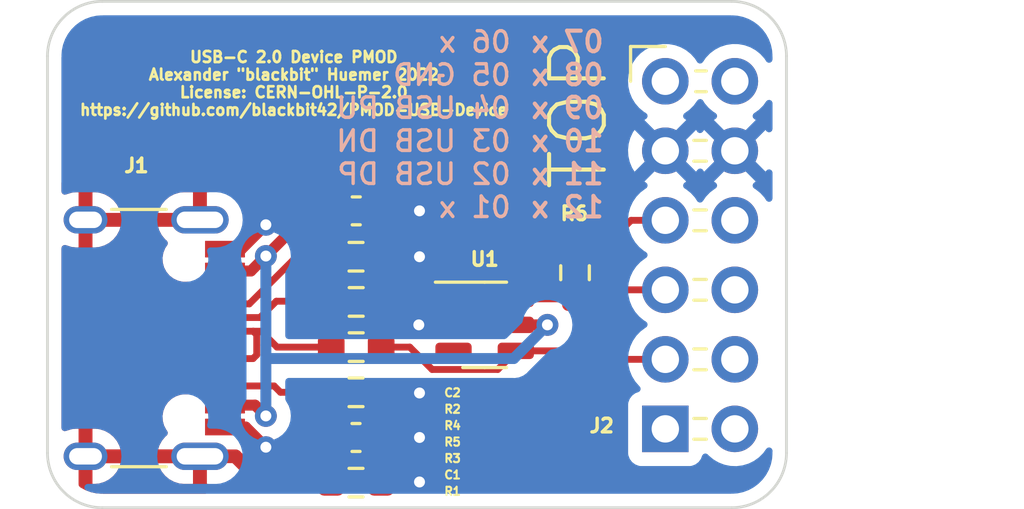
<source format=kicad_pcb>
(kicad_pcb (version 20211014) (generator pcbnew)
  (title_block (title "PMOD USB Device") (date "2022-12-26") (rev "1") (company "Alexander \"blackbit\" Huemer") (comment 3 "License: CERN-OHL-P-2.0") (comment 4 "URL: https://github.com/blackbit42/PMOD-USB-Device"))
  (layers (0 "F.Cu" signal) (31 "B.Cu" signal) (34 "B.Paste" user) (35 "F.Paste" user) (36 "B.SilkS" user "B.Silkscreen") (37 "F.SilkS" user "F.Silkscreen") (38 "B.Mask" user) (39 "F.Mask" user) (44 "Edge.Cuts" user))
  (net 0 "")
  (net 1 "GND")
  (net 2 "+5V")
  (net 3 "Net-(J1-PadA5)")
  (net 5 "Net-(J1-PadB5)")
  (net 7 "/usb_pu_i")
  (net 8 "/usb_dn_i")
  (net 9 "/usb_dp_i")
  (net 19 "/usb_dp")
  (net 20 "/usb_dn")
  (net 21 "/shield")
  (footprint "Resistor_SMD:R_0603_1608Metric_Pad0.98x0.95mm_HandSolder" (layer "F.Cu") (at 89.2731 99.0854)
    (fp_text reference "R1" (at 3.5269 0.3146) (layer "F.SilkS") (effects (font (size 0.3 0.3) (thickness 0.075))))
    (fp_text value "91k" hide)
    (fp_line (start -0.254724 0.5225) (end 0.254724 0.5225) (layer "F.SilkS") (width 0.12))
    (fp_line (start -0.254724 -0.5225) (end 0.254724 -0.5225) (layer "F.SilkS") (width 0.12))
    (pad "1" smd roundrect (at -0.9125 0) (size 0.975 0.95) (layers "F.Cu" "F.Paste" "F.Mask") (net 21 "/shield"))
    (pad "2" smd roundrect (at 0.9125 0) (size 0.975 0.95) (layers "F.Cu" "F.Paste" "F.Mask") (net 1 "GND"))
  )
  (footprint "USB_PMOD:PinHeader_2x06_P2.54mm_Horizontal" (layer "F.Cu") (at 101.854 90.7796)
    (fp_text reference "J2" (at -3.604 6.225) (layer "F.SilkS") (effects (font (size 0.5 0.5) (thickness 0.125))))
    (fp_text value "Conn_02x06_Top_Bottom" hide)
    (fp_line (start -2.55 -6.36) (end -2.55 -7.63) (layer "F.SilkS") (width 0.12))
    (fp_line (start -0.237071 0.88) (end 0.217071 0.88) (layer "F.SilkS") (width 0.12))
    (fp_line (start -0.237071 6.72) (end 0.217071 6.72) (layer "F.SilkS") (width 0.12))
    (fp_line (start -0.237071 -3.44) (end 0.217071 -3.44) (layer "F.SilkS") (width 0.12))
    (fp_line (start -0.237071 -4.2) (end 0.217071 -4.2) (layer "F.SilkS") (width 0.12))
    (fp_line (start -0.17 -6.74) (end 0.217071 -6.74) (layer "F.SilkS") (width 0.12))
    (fp_line (start -2.55 -7.63) (end -1.28 -7.63) (layer "F.SilkS") (width 0.12))
    (fp_line (start -0.237071 5.96) (end 0.217071 5.96) (layer "F.SilkS") (width 0.12))
    (fp_line (start -0.237071 4.18) (end 0.217071 4.18) (layer "F.SilkS") (width 0.12))
    (fp_line (start -0.17 -5.98) (end 0.217071 -5.98) (layer "F.SilkS") (width 0.12))
    (fp_line (start -0.237071 -0.9) (end 0.217071 -0.9) (layer "F.SilkS") (width 0.12))
    (fp_line (start -0.237071 1.64) (end 0.217071 1.64) (layer "F.SilkS") (width 0.12))
    (fp_line (start -0.237071 3.42) (end 0.217071 3.42) (layer "F.SilkS") (width 0.12))
    (fp_line (start -0.237071 -1.66) (end 0.217071 -1.66) (layer "F.SilkS") (width 0.12))
    (pad "1" thru_hole rect (at -1.28 6.34) (size 1.7 1.7) (drill 1) (layers *.Cu *.Mask))
    (pad "2" thru_hole circle (at -1.28 3.8) (size 1.7 1.7) (drill 1) (layers *.Cu *.Mask) (net 9 "/usb_dp_i"))
    (pad "3" thru_hole circle (at -1.28 1.26) (size 1.7 1.7) (drill 1) (layers *.Cu *.Mask) (net 8 "/usb_dn_i"))
    (pad "4" thru_hole circle (at -1.28 -1.28) (size 1.7 1.7) (drill 1) (layers *.Cu *.Mask) (net 7 "/usb_pu_i"))
    (pad "5" thru_hole circle (at -1.28 -3.82) (size 1.7 1.7) (drill 1) (layers *.Cu *.Mask) (net 1 "GND"))
    (pad "6" thru_hole circle (at -1.28 -6.36) (size 1.7 1.7) (drill 1) (layers *.Cu *.Mask))
    (pad "7" thru_hole oval (at 1.26 6.34) (size 1.7 1.7) (drill 1) (layers *.Cu *.Mask))
    (pad "8" thru_hole circle (at 1.26 3.8) (size 1.7 1.7) (drill 1) (layers *.Cu *.Mask))
    (pad "9" thru_hole circle (at 1.26 1.26) (size 1.7 1.7) (drill 1) (layers *.Cu *.Mask))
    (pad "10" thru_hole circle (at 1.26 -1.28) (size 1.7 1.7) (drill 1) (layers *.Cu *.Mask))
    (pad "11" thru_hole circle (at 1.26 -3.82) (size 1.7 1.7) (drill 1) (layers *.Cu *.Mask) (net 1 "GND"))
    (pad "12" thru_hole circle (at 1.26 -6.36) (size 1.7 1.7) (drill 1) (layers *.Cu *.Mask))
  )
  (footprint "Package_TO_SOT_SMD:SOT-23-6" (layer "F.Cu") (at 93.973 93.3196)
    (fp_text reference "U1" (at 0 -2.4) (layer "F.SilkS") (effects (font (size 0.5 0.5) (thickness 0.125))))
    (fp_text value "USBLC6-2SC6" hide)
    (fp_line (start 0 1.56) (end 0.8 1.56) (layer "F.SilkS") (width 0.12))
    (fp_line (start 0 -1.56) (end -1.8 -1.56) (layer "F.SilkS") (width 0.12))
    (fp_line (start 0 1.56) (end -0.8 1.56) (layer "F.SilkS") (width 0.12))
    (fp_line (start 0 -1.56) (end 0.8 -1.56) (layer "F.SilkS") (width 0.12))
    (pad "1" smd roundrect (at -1.1375 -0.95) (size 1.325 0.6) (layers "F.Cu" "F.Paste" "F.Mask"))
    (pad "2" smd roundrect (at -1.1375 0) (size 1.325 0.6) (layers "F.Cu" "F.Paste" "F.Mask") (net 1 "GND"))
    (pad "3" smd roundrect (at -1.1375 0.95) (size 1.325 0.6) (layers "F.Cu" "F.Paste" "F.Mask"))
    (pad "4" smd roundrect (at 1.1375 0.95) (size 1.325 0.6) (layers "F.Cu" "F.Paste" "F.Mask") (net 9 "/usb_dp_i"))
    (pad "5" smd roundrect (at 1.1375 0) (size 1.325 0.6) (layers "F.Cu" "F.Paste" "F.Mask") (net 2 "+5V"))
    (pad "6" smd roundrect (at 1.1375 -0.95) (size 1.325 0.6) (layers "F.Cu" "F.Paste" "F.Mask") (net 8 "/usb_dn_i"))
  )
  (footprint "Resistor_SMD:R_0603_1608Metric_Pad0.98x0.95mm_HandSolder" (layer "F.Cu") (at 89.2791 94.1324)
    (fp_text reference "R5" (at 3.5209 3.4676) (layer "F.SilkS") (effects (font (size 0.3 0.3) (thickness 0.075))))
    (fp_text value "33R" hide)
    (fp_line (start -0.254724 -0.5225) (end 0.254724 -0.5225) (layer "F.SilkS") (width 0.12))
    (fp_line (start -0.254724 0.5225) (end 0.254724 0.5225) (layer "F.SilkS") (width 0.12))
    (pad "1" smd roundrect (at -0.9125 0) (size 0.975 0.95) (layers "F.Cu" "F.Paste" "F.Mask") (net 19 "/usb_dp"))
    (pad "2" smd roundrect (at 0.9125 0) (size 0.975 0.95) (layers "F.Cu" "F.Paste" "F.Mask") (net 9 "/usb_dp_i"))
  )
  (footprint "Resistor_SMD:R_0603_1608Metric_Pad0.98x0.95mm_HandSolder" (layer "F.Cu") (at 89.2731 95.7834)
    (fp_text reference "R3" (at 3.5269 2.4166) (layer "F.SilkS") (effects (font (size 0.3 0.3) (thickness 0.075))))
    (fp_text value "5k1" hide)
    (fp_line (start -0.254724 0.5225) (end 0.254724 0.5225) (layer "F.SilkS") (width 0.12))
    (fp_line (start -0.254724 -0.5225) (end 0.254724 -0.5225) (layer "F.SilkS") (width 0.12))
    (pad "1" smd roundrect (at -0.9125 0) (size 0.975 0.95) (layers "F.Cu" "F.Paste" "F.Mask") (net 5 "Net-(J1-PadB5)"))
    (pad "2" smd roundrect (at 0.9125 0) (size 0.975 0.95) (layers "F.Cu" "F.Paste" "F.Mask") (net 1 "GND"))
  )
  (footprint "USB_PMOD:USB_C_Receptacle_HRO_TYPE-C-31-M-12" (layer "F.Cu") (at 80.44 93.8022 -90)
    (fp_text reference "J1" (at -6.3022 -0.81 180) (layer "F.SilkS") (effects (font (size 0.5 0.5) (thickness 0.125))))
    (fp_text value "USB" hide)
    (fp_line (start -4.7 -1.9) (end -4.7 0.1) (layer "F.SilkS") (width 0.12))
    (fp_line (start 4.7 -1.9) (end 4.7 0.1) (layer "F.SilkS") (width 0.12))
    (pad "" np_thru_hole circle (at 2.89 -2.6 270) (size 0.65 0.65) (drill 0.65) (layers *.Cu *.Mask))
    (pad "" np_thru_hole circle (at -2.89 -2.6 270) (size 0.65 0.65) (drill 0.65) (layers *.Cu *.Mask))
    (pad "A1" smd rect (at -3.25 -4.045 270) (size 0.6 1.45) (layers "F.Cu" "F.Paste" "F.Mask") (net 1 "GND"))
    (pad "A4" smd rect (at -2.45 -4.045 270) (size 0.6 1.45) (layers "F.Cu" "F.Paste" "F.Mask") (net 2 "+5V"))
    (pad "A5" smd rect (at -1.25 -4.045 270) (size 0.3 1.45) (layers "F.Cu" "F.Paste" "F.Mask") (net 3 "Net-(J1-PadA5)"))
    (pad "A6" smd rect (at -0.25 -4.045 270) (size 0.3 1.45) (layers "F.Cu" "F.Paste" "F.Mask") (net 19 "/usb_dp"))
    (pad "A7" smd rect (at 0.25 -4.045 270) (size 0.3 1.45) (layers "F.Cu" "F.Paste" "F.Mask") (net 20 "/usb_dn"))
    (pad "A8" smd rect (at 1.25 -4.045 270) (size 0.3 1.45) (layers "F.Cu" "F.Paste" "F.Mask"))
    (pad "A9" smd rect (at 2.45 -4.045 270) (size 0.6 1.45) (layers "F.Cu" "F.Paste" "F.Mask") (net 2 "+5V"))
    (pad "A12" smd rect (at 3.25 -4.045 270) (size 0.6 1.45) (layers "F.Cu" "F.Paste" "F.Mask") (net 1 "GND"))
    (pad "B1" smd rect (at 3.25 -4.045 270) (size 0.6 1.45) (layers "F.Cu" "F.Paste" "F.Mask") (net 1 "GND"))
    (pad "B4" smd rect (at 2.45 -4.045 270) (size 0.6 1.45) (layers "F.Cu" "F.Paste" "F.Mask") (net 2 "+5V"))
    (pad "B5" smd rect (at 1.75 -4.045 270) (size 0.3 1.45) (layers "F.Cu" "F.Paste" "F.Mask") (net 5 "Net-(J1-PadB5)"))
    (pad "B6" smd rect (at 0.75 -4.045 270) (size 0.3 1.45) (layers "F.Cu" "F.Paste" "F.Mask") (net 19 "/usb_dp"))
    (pad "B7" smd rect (at -0.75 -4.045 270) (size 0.3 1.45) (layers "F.Cu" "F.Paste" "F.Mask") (net 20 "/usb_dn"))
    (pad "B8" smd rect (at -1.75 -4.045 270) (size 0.3 1.45) (layers "F.Cu" "F.Paste" "F.Mask"))
    (pad "B9" smd rect (at -2.45 -4.045 270) (size 0.6 1.45) (layers "F.Cu" "F.Paste" "F.Mask") (net 2 "+5V"))
    (pad "B12" smd rect (at -3.25 -4.045 270) (size 0.6 1.45) (layers "F.Cu" "F.Paste" "F.Mask") (net 1 "GND"))
    (pad "S1" thru_hole oval (at 4.32 1.05 270) (size 1 1.6) (drill oval 0.6 1.2) (layers *.Cu *.Mask) (net 21 "/shield"))
    (pad "S1" thru_hole oval (at -4.32 1.05 270) (size 1 1.6) (drill oval 0.6 1.2) (layers *.Cu *.Mask) (net 21 "/shield"))
    (pad "S1" thru_hole oval (at -4.32 -3.13 270) (size 1 2.1) (drill oval 0.6 1.7) (layers *.Cu *.Mask) (net 21 "/shield"))
    (pad "S1" thru_hole oval (at 4.32 -3.13 270) (size 1 2.1) (drill oval 0.6 1.7) (layers *.Cu *.Mask) (net 21 "/shield"))
  )
  (footprint "Resistor_SMD:R_0603_1608Metric_Pad0.98x0.95mm_HandSolder" (layer "F.Cu") (at 89.2791 92.4814)
    (fp_text reference "R4" (at 3.5209 4.5186) (layer "F.SilkS") (effects (font (size 0.3 0.3) (thickness 0.075))))
    (fp_text value "33R" hide)
    (fp_line (start -0.254724 0.5225) (end 0.254724 0.5225) (layer "F.SilkS") (width 0.12))
    (fp_line (start -0.254724 -0.5225) (end 0.254724 -0.5225) (layer "F.SilkS") (width 0.12))
    (pad "1" smd roundrect (at -0.9125 0) (size 0.975 0.95) (layers "F.Cu" "F.Paste" "F.Mask") (net 20 "/usb_dn"))
    (pad "2" smd roundrect (at 0.9125 0) (size 0.975 0.95) (layers "F.Cu" "F.Paste" "F.Mask") (net 8 "/usb_dn_i"))
  )
  (footprint "Resistor_SMD:R_0603_1608Metric_Pad0.98x0.95mm_HandSolder" (layer "F.Cu") (at 97.275 91.4146 90)
    (fp_text reference "R6" (at 2.1646 -0.025) (layer "F.SilkS") (effects (font (size 0.5 0.5) (thickness 0.125))))
    (fp_text value "1k5" hide)
    (fp_line (start -0.254724 -0.5225) (end 0.254724 -0.5225) (layer "F.SilkS") (width 0.12))
    (fp_line (start -0.254724 0.5225) (end 0.254724 0.5225) (layer "F.SilkS") (width 0.12))
    (pad "1" smd roundrect (at -0.9125 0 90) (size 0.975 0.95) (layers "F.Cu" "F.Paste" "F.Mask") (net 8 "/usb_dn_i"))
    (pad "2" smd roundrect (at 0.9125 0 90) (size 0.975 0.95) (layers "F.Cu" "F.Paste" "F.Mask") (net 7 "/usb_pu_i"))
  )
  (footprint "Resistor_SMD:R_0603_1608Metric_Pad0.98x0.95mm_HandSolder" (layer "F.Cu") (at 89.2731 90.8304)
    (fp_text reference "R2" (at 3.5269 5.5696) (layer "F.SilkS") (effects (font (size 0.3 0.3) (thickness 0.075))))
    (fp_text value "5k1" hide)
    (fp_line (start -0.254724 0.5225) (end 0.254724 0.5225) (layer "F.SilkS") (width 0.12))
    (fp_line (start -0.254724 -0.5225) (end 0.254724 -0.5225) (layer "F.SilkS") (width 0.12))
    (pad "1" smd roundrect (at -0.9125 0) (size 0.975 0.95) (layers "F.Cu" "F.Paste" "F.Mask") (net 3 "Net-(J1-PadA5)"))
    (pad "2" smd roundrect (at 0.9125 0) (size 0.975 0.95) (layers "F.Cu" "F.Paste" "F.Mask") (net 1 "GND"))
  )
  (footprint "Capacitor_SMD:C_0603_1608Metric_Pad1.08x0.95mm_HandSolder" (layer "F.Cu") (at 89.2731 97.4344)
    (fp_text reference "C1" (at 3.5269 1.3656) (layer "F.SilkS") (effects (font (size 0.3 0.3) (thickness 0.075))))
    (fp_text value "100n" hide)
    (fp_line (start -0.146267 -0.51) (end 0.146267 -0.51) (layer "F.SilkS") (width 0.12))
    (fp_line (start -0.146267 0.51) (end 0.146267 0.51) (layer "F.SilkS") (width 0.12))
    (pad "1" smd roundrect (at -0.8625 0) (size 1.075 0.95) (layers "F.Cu" "F.Paste" "F.Mask") (net 21 "/shield"))
    (pad "2" smd roundrect (at 0.8625 0) (size 1.075 0.95) (layers "F.Cu" "F.Paste" "F.Mask") (net 1 "GND"))
  )
  (footprint "Capacitor_SMD:C_0603_1608Metric_Pad1.08x0.95mm_HandSolder" (layer "F.Cu") (at 89.281 89.154)
    (fp_text reference "C2" (at 3.519 6.646) (layer "F.SilkS") (effects (font (size 0.3 0.3) (thickness 0.075))))
    (fp_text value "100n" hide)
    (fp_line (start -0.146267 0.51) (end 0.146267 0.51) (layer "F.SilkS") (width 0.12))
    (fp_line (start -0.146267 -0.51) (end 0.146267 -0.51) (layer "F.SilkS") (width 0.12))
    (pad "1" smd roundrect (at -0.8625 0) (size 1.075 0.95) (layers "F.Cu" "F.Paste" "F.Mask") (net 2 "+5V"))
    (pad "2" smd roundrect (at 0.8625 0) (size 1.075 0.95) (layers "F.Cu" "F.Paste" "F.Mask") (net 1 "GND"))
  )
  (gr_line (start 103 81.5) (end 80 81.5) (layer "Edge.Cuts") (width 0.1))
  (gr_line (start 80 100) (end 103 100) (layer "Edge.Cuts") (width 0.1))
  (gr_arc (start 78 83.5) (mid 78.585786 82.085786) (end 80 81.5) (layer "Edge.Cuts") (width 0.1))
  (gr_line (start 78 83.5) (end 78 98) (layer "Edge.Cuts") (width 0.1))
  (gr_line (start 105 98) (end 105 83.5) (layer "Edge.Cuts") (width 0.1))
  (gr_arc (start 80 100) (mid 78.585786 99.414214) (end 78 98) (layer "Edge.Cuts") (width 0.1))
  (gr_arc (start 103 81.5) (mid 104.414214 82.085786) (end 105 83.5) (layer "Edge.Cuts") (width 0.1))
  (gr_arc (start 105 98) (mid 104.414214 99.414214) (end 103 100) (layer "Edge.Cuts") (width 0.1))
  (gr_text "06 x\n05 GND\n04 USB PU\n03 USB DN\n02 USB DP\n01 x" (at 95 86) (layer "B.SilkS") (effects (font (size 0.75 0.75) (thickness 0.125)) (justify left mirror)))
  (gr_text "07 x\n08 x\n09 x\n10 x\n11 x\n12 x" (at 97 86) (layer "B.SilkS") (effects (font (size 0.75 0.75)) (justify mirror)))
  (gr_text "USB-C 2.0 Device PMOD\nAlexander {dblquote}blackbit{dblquote} Huemer 2022\nLicense: CERN-OHL-P-2.0\nhttps://github.com/blackbit42/PMOD-USB-Device" (at 87 84.5) (layer "F.SilkS") (effects (font (size 0.4 0.4) (thickness 0.1))))
  (gr_text "TOP" (at 97.409 85.598 90) (layer "F.SilkS") (effects (font (size 2 2))))
  (segment (start 91.567 99.0854) (end 91.5924 99.06) (width 0.25) (layer "F.Cu") (net 1))
  (segment (start 85.0888 90.5522) (end 85.979 89.662) (width 0.4) (layer "F.Cu") (net 1))
  (segment (start 91.567 95.7834) (end 91.5924 95.8088) (width 0.25) (layer "F.Cu") (net 1))
  (segment (start 90.1435 89.154) (end 91.5924 89.154) (width 0.5) (layer "F.Cu") (net 1))
  (segment (start 90.1356 97.4344) (end 91.5924 97.4344) (width 0.4) (layer "F.Cu") (net 1))
  (segment (start 91.5924 89.154) (end 91.5924 90.8304) (width 0.4) (layer "F.Cu") (net 1))
  (segment (start 85.2412 97.0522) (end 85.979 97.79) (width 0.4) (layer "F.Cu") (net 1))
  (segment (start 84.485 97.0522) (end 85.2412 97.0522) (width 0.4) (layer "F.Cu") (net 1))
  (segment (start 90.1856 99.0854) (end 91.567 99.0854) (width 0.5) (layer "F.Cu") (net 1))
  (segment (start 91.5924 95.8088) (end 91.5924 97.4344) (width 0.4) (layer "F.Cu") (net 1))
  (segment (start 84.485 90.5522) (end 85.0888 90.5522) (width 0.4) (layer "F.Cu") (net 1))
  (segment (start 91.5924 97.4344) (end 91.5924 99.06) (width 0.4) (layer "F.Cu") (net 1))
  (segment (start 90.1856 90.8304) (end 91.5924 90.8304) (width 0.4) (layer "F.Cu") (net 1))
  (segment (start 90.1856 95.7834) (end 91.567 95.7834) (width 0.4) (layer "F.Cu") (net 1))
  (segment (start 92.813 93.3196) (end 91.567 93.3196) (width 0.4) (layer "F.Cu") (net 1))
  (via (at 91.5924 90.8304) (size 0.8) (drill 0.4) (layers "F.Cu" "B.Cu") (net 1))
  (via (at 91.5924 99.06) (size 0.8) (drill 0.4) (layers "F.Cu" "B.Cu") (net 1))
  (via (at 91.567 93.3196) (size 0.8) (drill 0.4) (layers "F.Cu" "B.Cu") (net 1))
  (via (at 85.979 89.662) (size 0.8) (drill 0.4) (layers "F.Cu" "B.Cu") (net 1))
  (via (at 85.979 97.79) (size 0.8) (drill 0.4) (layers "F.Cu" "B.Cu") (net 1))
  (via (at 91.5924 97.4344) (size 0.8) (drill 0.4) (layers "F.Cu" "B.Cu") (net 1))
  (via (at 91.5924 95.8088) (size 0.8) (drill 0.4) (layers "F.Cu" "B.Cu") (net 1))
  (via (at 91.5924 89.154) (size 0.8) (drill 0.4) (layers "F.Cu" "B.Cu") (net 1))
  (segment (start 87.63 89.154) (end 88.4185 89.154) (width 0.4) (layer "F.Cu") (net 2))
  (segment (start 84.485 96.2522) (end 85.5842 96.2522) (width 0.4) (layer "F.Cu") (net 2))
  (segment (start 84.485 91.3522) (end 85.4318 91.3522) (width 0.4) (layer "F.Cu") (net 2))
  (segment (start 85.979 90.805) (end 87.63 89.154) (width 0.4) (layer "F.Cu") (net 2))
  (segment (start 95.133 93.3196) (end 96.266 93.3196) (width 0.4) (layer "F.Cu") (net 2))
  (segment (start 85.4318 91.3522) (end 85.979 90.805) (width 0.4) (layer "F.Cu") (net 2))
  (segment (start 85.5842 96.2522) (end 85.979 96.647) (width 0.4) (layer "F.Cu") (net 2))
  (via (at 85.979 90.805) (size 0.8) (drill 0.4) (layers "F.Cu" "B.Cu") (net 2))
  (via (at 96.266 93.3196) (size 0.8) (drill 0.4) (layers "F.Cu" "B.Cu") (net 2))
  (via (at 85.979 96.647) (size 0.8) (drill 0.4) (layers "F.Cu" "B.Cu") (net 2))
  (segment (start 86.0694 94.55) (end 95.0356 94.55) (width 0.4) (layer "B.Cu") (net 2))
  (segment (start 85.979 94.0562) (end 85.979 96.647) (width 0.4) (layer "B.Cu") (net 2))
  (segment (start 95.0356 94.55) (end 96.266 93.3196) (width 0.4) (layer "B.Cu") (net 2))
  (segment (start 85.979 90.805) (end 85.979 94.0562) (width 0.4) (layer "B.Cu") (net 2))
  (segment (start 84.485 92.5522) (end 85.3748 92.5522) (width 0.25) (layer "F.Cu") (net 3))
  (segment (start 85.3748 92.5522) (end 87.0966 90.8304) (width 0.25) (layer "F.Cu") (net 3))
  (segment (start 87.0966 90.8304) (end 88.3606 90.8304) (width 0.25) (layer "F.Cu") (net 3))
  (segment (start 86.5124 95.7834) (end 86.2812 95.5522) (width 0.25) (layer "F.Cu") (net 5))
  (segment (start 84.485 95.5522) (end 86.2812 95.5522) (width 0.25) (layer "F.Cu") (net 5))
  (segment (start 88.3606 95.7834) (end 86.5124 95.7834) (width 0.25) (layer "F.Cu") (net 5))
  (segment (start 99.324 89.4996) (end 100.574 89.4996) (width 0.25) (layer "F.Cu") (net 7))
  (segment (start 97.275 90.5021) (end 98.3215 90.5021) (width 0.25) (layer "F.Cu") (net 7))
  (segment (start 98.3215 90.5021) (end 99.324 89.4996) (width 0.25) (layer "F.Cu") (net 7))
  (segment (start 90.1916 92.4814) (end 91.2622 92.4814) (width 0.25) (layer "F.Cu") (net 8))
  (segment (start 97.275 92.3271) (end 98.5285 92.3271) (width 0.25) (layer "F.Cu") (net 8))
  (segment (start 98.816 92.0396) (end 100.574 92.0396) (width 0.25) (layer "F.Cu") (net 8))
  (segment (start 94.4634 91.7) (end 95.133 92.3696) (width 0.25) (layer "F.Cu") (net 8))
  (segment (start 92.0436 91.7) (end 94.4634 91.7) (width 0.25) (layer "F.Cu") (net 8))
  (segment (start 97.2325 92.3696) (end 97.275 92.3271) (width 0.25) (layer "F.Cu") (net 8))
  (segment (start 95.133 92.3696) (end 97.2325 92.3696) (width 0.25) (layer "F.Cu") (net 8))
  (segment (start 98.5285 92.3271) (end 98.816 92.0396) (width 0.25) (layer "F.Cu") (net 8))
  (segment (start 91.2622 92.4814) (end 92.0436 91.7) (width 0.25) (layer "F.Cu") (net 8))
  (segment (start 95.133 94.2696) (end 98.486 94.2696) (width 0.25) (layer "F.Cu") (net 9))
  (segment (start 91.2368 94.1324) (end 92.0544 94.95) (width 0.25) (layer "F.Cu") (net 9))
  (segment (start 90.1916 94.1324) (end 91.2368 94.1324) (width 0.25) (layer "F.Cu") (net 9))
  (segment (start 98.486 94.2696) (end 98.796 94.5796) (width 0.25) (layer "F.Cu") (net 9))
  (segment (start 98.796 94.5796) (end 100.574 94.5796) (width 0.25) (layer "F.Cu") (net 9))
  (segment (start 94.4526 94.95) (end 95.133 94.2696) (width 0.25) (layer "F.Cu") (net 9))
  (segment (start 92.0544 94.95) (end 94.4526 94.95) (width 0.25) (layer "F.Cu") (net 9))
  (segment (start 84.485 94.5522) (end 85.51 94.5522) (width 0.25) (layer "F.Cu") (net 19))
  (segment (start 85.5178 93.5522) (end 85.8052 93.5522) (width 0.25) (layer "F.Cu") (net 19))
  (segment (start 85.6448 94.4174) (end 85.6448 93.6792) (width 0.25) (layer "F.Cu") (net 19))
  (segment (start 84.485 93.5522) (end 85.5178 93.5522) (width 0.25) (layer "F.Cu") (net 19))
  (segment (start 85.51 94.5522) (end 85.6448 94.4174) (width 0.25) (layer "F.Cu") (net 19))
  (segment (start 85.8052 93.5522) (end 86.3854 94.1324) (width 0.25) (layer "F.Cu") (net 19))
  (segment (start 85.6448 93.6792) (end 85.5178 93.5522) (width 0.25) (layer "F.Cu") (net 19))
  (segment (start 86.3854 94.1324) (end 88.3666 94.1324) (width 0.25) (layer "F.Cu") (net 19))
  (segment (start 85.7638 93.0522) (end 86.36 92.456) (width 0.25) (layer "F.Cu") (net 20))
  (segment (start 86.36 92.456) (end 88.3412 92.456) (width 0.25) (layer "F.Cu") (net 20))
  (segment (start 83.435 93.243) (end 83.435 93.849) (width 0.25) (layer "F.Cu") (net 20))
  (segment (start 84.485 93.0522) (end 85.7638 93.0522) (width 0.25) (layer "F.Cu") (net 20))
  (segment (start 83.435 93.849) (end 83.636 94.05) (width 0.25) (layer "F.Cu") (net 20))
  (segment (start 84.485 93.05) (end 83.628 93.05) (width 0.25) (layer "F.Cu") (net 20))
  (segment (start 83.628 93.05) (end 83.435 93.243) (width 0.25) (layer "F.Cu") (net 20))
  (segment (start 83.636 94.05) (end 84.485 94.05) (width 0.25) (layer "F.Cu") (net 20))
  (segment (start 88.4106 99.0354) (end 88.3606 99.0854) (width 0.25) (layer "F.Cu") (net 21))
  (segment (start 84.8634 98.1222) (end 85.852 99.1108) (width 0.5) (layer "F.Cu") (net 21))
  (segment (start 88.3352 99.1108) (end 88.3606 99.0854) (width 0.5) (layer "F.Cu") (net 21))
  (segment (start 83.57 98.1222) (end 84.8634 98.1222) (width 0.5) (layer "F.Cu") (net 21))
  (segment (start 85.852 99.1108) (end 88.3352 99.1108) (width 0.5) (layer "F.Cu") (net 21))
  (segment (start 88.4106 97.4344) (end 88.4106 99.0354) (width 0.4) (layer "F.Cu") (net 21))
  (zone (net 21) (net_name "/shield") (layer "F.Cu") (connect_pads (clearance 0.508)) (min_thickness 0.254) (fill yes (thermal_gap 0.508) (thermal_bridge_width 0.508) (smoothing chamfer) (radius 0.2))
    (polygon (pts (xy 84 99.5) (xy 78 99.5) (xy 78 88) (xy 84 88)))
  )
  (zone (net 1) (net_name "GND") (layer "B.Cu") (connect_pads (clearance 0.508)) (min_thickness 0.254) (fill yes (thermal_gap 0.508) (thermal_bridge_width 0.508))
    (polygon (pts (xy 105 100) (xy 78 100) (xy 78 81.5) (xy 105 81.5)))
  )
)
</source>
